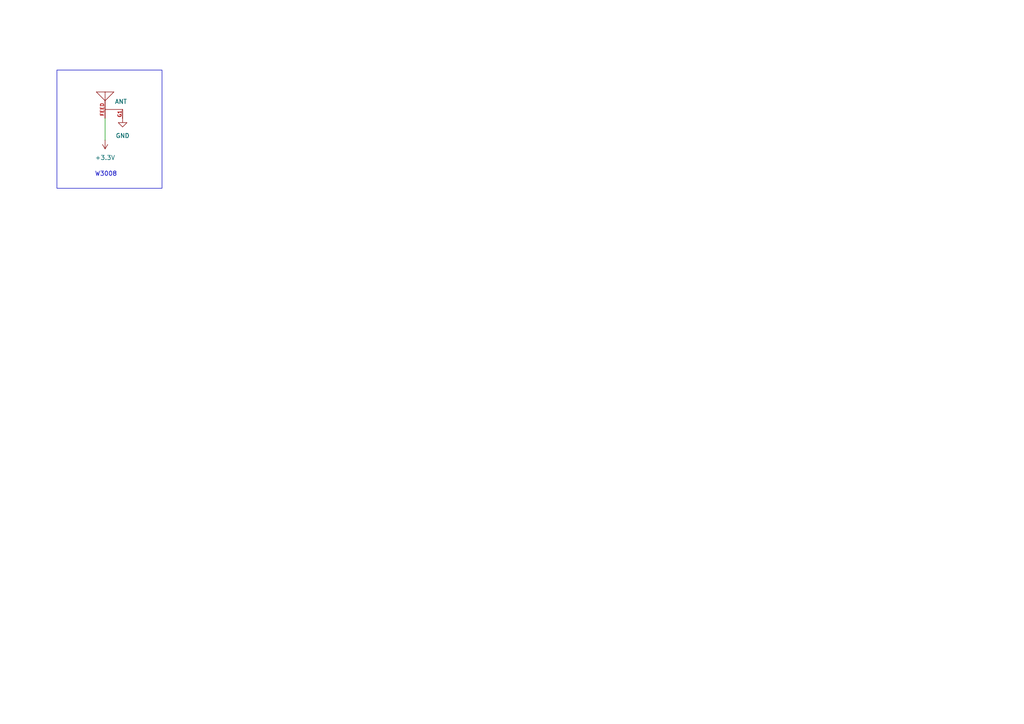
<source format=kicad_sch>
(kicad_sch
	(version 20231120)
	(generator "eeschema")
	(generator_version "8.0")
	(uuid "861bf039-3736-40f7-8091-e2e7a9c277e6")
	(paper "A4")
	(lib_symbols
		(symbol "W3008:W3008"
			(pin_names
				(offset 1.016)
			)
			(exclude_from_sim no)
			(in_bom yes)
			(on_board yes)
			(property "Reference" "ANT"
				(at -2.5422 5.7198 0)
				(effects
					(font
						(size 1.27 1.27)
					)
					(justify left bottom)
				)
			)
			(property "Value" "W3008"
				(at -2.5445 -8.9059 0)
				(effects
					(font
						(size 1.27 1.27)
					)
					(justify left bottom)
				)
			)
			(property "Footprint" "W3008:ANTENNA_W3008"
				(at 0 0 0)
				(effects
					(font
						(size 1.27 1.27)
					)
					(justify bottom)
					(hide yes)
				)
			)
			(property "Datasheet" ""
				(at 0 0 0)
				(effects
					(font
						(size 1.27 1.27)
					)
					(hide yes)
				)
			)
			(property "Description" ""
				(at 0 0 0)
				(effects
					(font
						(size 1.27 1.27)
					)
					(hide yes)
				)
			)
			(property "STANDARD" "Manufacturer recommendations"
				(at 0 0 0)
				(effects
					(font
						(size 1.27 1.27)
					)
					(justify bottom)
					(hide yes)
				)
			)
			(property "MANUFACTURER" "PulseLarsen Antennas"
				(at 0 0 0)
				(effects
					(font
						(size 1.27 1.27)
					)
					(justify bottom)
					(hide yes)
				)
			)
			(symbol "W3008_0_0"
				(polyline
					(pts
						(xy -2.54 5.08) (xy 0 2.54)
					)
					(stroke
						(width 0.1524)
						(type default)
					)
					(fill
						(type none)
					)
				)
				(polyline
					(pts
						(xy -2.54 5.08) (xy 0 5.08)
					)
					(stroke
						(width 0.1524)
						(type default)
					)
					(fill
						(type none)
					)
				)
				(polyline
					(pts
						(xy 0 0) (xy 5.08 0)
					)
					(stroke
						(width 0.1524)
						(type default)
					)
					(fill
						(type none)
					)
				)
				(polyline
					(pts
						(xy 0 2.54) (xy 2.54 5.08)
					)
					(stroke
						(width 0.1524)
						(type default)
					)
					(fill
						(type none)
					)
				)
				(polyline
					(pts
						(xy 0 5.08) (xy 0 2.54)
					)
					(stroke
						(width 0.1524)
						(type default)
					)
					(fill
						(type none)
					)
				)
				(polyline
					(pts
						(xy 0 5.08) (xy 2.54 5.08)
					)
					(stroke
						(width 0.1524)
						(type default)
					)
					(fill
						(type none)
					)
				)
				(pin passive line
					(at 0 -2.54 90)
					(length 5.08)
					(name "~"
						(effects
							(font
								(size 1.016 1.016)
							)
						)
					)
					(number "FEED"
						(effects
							(font
								(size 1.016 1.016)
							)
						)
					)
				)
				(pin passive line
					(at 5.08 -2.54 90)
					(length 2.54)
					(name "~"
						(effects
							(font
								(size 1.016 1.016)
							)
						)
					)
					(number "G1"
						(effects
							(font
								(size 1.016 1.016)
							)
						)
					)
				)
			)
		)
		(symbol "power:+3.3V"
			(power)
			(pin_numbers hide)
			(pin_names
				(offset 0) hide)
			(exclude_from_sim no)
			(in_bom yes)
			(on_board yes)
			(property "Reference" "#PWR"
				(at 0 -3.81 0)
				(effects
					(font
						(size 1.27 1.27)
					)
					(hide yes)
				)
			)
			(property "Value" "+3.3V"
				(at 0 3.556 0)
				(effects
					(font
						(size 1.27 1.27)
					)
				)
			)
			(property "Footprint" ""
				(at 0 0 0)
				(effects
					(font
						(size 1.27 1.27)
					)
					(hide yes)
				)
			)
			(property "Datasheet" ""
				(at 0 0 0)
				(effects
					(font
						(size 1.27 1.27)
					)
					(hide yes)
				)
			)
			(property "Description" "Power symbol creates a global label with name \"+3.3V\""
				(at 0 0 0)
				(effects
					(font
						(size 1.27 1.27)
					)
					(hide yes)
				)
			)
			(property "ki_keywords" "global power"
				(at 0 0 0)
				(effects
					(font
						(size 1.27 1.27)
					)
					(hide yes)
				)
			)
			(symbol "+3.3V_0_1"
				(polyline
					(pts
						(xy -0.762 1.27) (xy 0 2.54)
					)
					(stroke
						(width 0)
						(type default)
					)
					(fill
						(type none)
					)
				)
				(polyline
					(pts
						(xy 0 0) (xy 0 2.54)
					)
					(stroke
						(width 0)
						(type default)
					)
					(fill
						(type none)
					)
				)
				(polyline
					(pts
						(xy 0 2.54) (xy 0.762 1.27)
					)
					(stroke
						(width 0)
						(type default)
					)
					(fill
						(type none)
					)
				)
			)
			(symbol "+3.3V_1_1"
				(pin power_in line
					(at 0 0 90)
					(length 0)
					(name "~"
						(effects
							(font
								(size 1.27 1.27)
							)
						)
					)
					(number "1"
						(effects
							(font
								(size 1.27 1.27)
							)
						)
					)
				)
			)
		)
		(symbol "power:GND"
			(power)
			(pin_numbers hide)
			(pin_names
				(offset 0) hide)
			(exclude_from_sim no)
			(in_bom yes)
			(on_board yes)
			(property "Reference" "#PWR"
				(at 0 -6.35 0)
				(effects
					(font
						(size 1.27 1.27)
					)
					(hide yes)
				)
			)
			(property "Value" "GND"
				(at 0 -3.81 0)
				(effects
					(font
						(size 1.27 1.27)
					)
				)
			)
			(property "Footprint" ""
				(at 0 0 0)
				(effects
					(font
						(size 1.27 1.27)
					)
					(hide yes)
				)
			)
			(property "Datasheet" ""
				(at 0 0 0)
				(effects
					(font
						(size 1.27 1.27)
					)
					(hide yes)
				)
			)
			(property "Description" "Power symbol creates a global label with name \"GND\" , ground"
				(at 0 0 0)
				(effects
					(font
						(size 1.27 1.27)
					)
					(hide yes)
				)
			)
			(property "ki_keywords" "global power"
				(at 0 0 0)
				(effects
					(font
						(size 1.27 1.27)
					)
					(hide yes)
				)
			)
			(symbol "GND_0_1"
				(polyline
					(pts
						(xy 0 0) (xy 0 -1.27) (xy 1.27 -1.27) (xy 0 -2.54) (xy -1.27 -1.27) (xy 0 -1.27)
					)
					(stroke
						(width 0)
						(type default)
					)
					(fill
						(type none)
					)
				)
			)
			(symbol "GND_1_1"
				(pin power_in line
					(at 0 0 270)
					(length 0)
					(name "~"
						(effects
							(font
								(size 1.27 1.27)
							)
						)
					)
					(number "1"
						(effects
							(font
								(size 1.27 1.27)
							)
						)
					)
				)
			)
		)
	)
	(wire
		(pts
			(xy 30.48 34.29) (xy 30.48 40.64)
		)
		(stroke
			(width 0)
			(type default)
		)
		(uuid "6582ef7b-f926-4b1f-a274-cfbfe98899a7")
	)
	(rectangle
		(start 16.51 20.32)
		(end 46.99 54.61)
		(stroke
			(width 0)
			(type default)
		)
		(fill
			(type none)
		)
		(uuid 555f7048-e7c7-4197-8575-b16a5a510dea)
	)
	(text "W3008"
		(exclude_from_sim no)
		(at 30.734 50.546 0)
		(effects
			(font
				(size 1.27 1.27)
			)
		)
		(uuid "8705896d-cf62-41f5-ba73-8269801078d6")
	)
	(symbol
		(lib_id "power:GND")
		(at 35.56 34.29 0)
		(unit 1)
		(exclude_from_sim no)
		(in_bom yes)
		(on_board yes)
		(dnp no)
		(fields_autoplaced yes)
		(uuid "4dafbf13-b0b0-43ec-bca0-a0e16b6dfcdf")
		(property "Reference" "#PWR02"
			(at 35.56 40.64 0)
			(effects
				(font
					(size 1.27 1.27)
				)
				(hide yes)
			)
		)
		(property "Value" "GND"
			(at 35.56 39.37 0)
			(effects
				(font
					(size 1.27 1.27)
				)
			)
		)
		(property "Footprint" ""
			(at 35.56 34.29 0)
			(effects
				(font
					(size 1.27 1.27)
				)
				(hide yes)
			)
		)
		(property "Datasheet" ""
			(at 35.56 34.29 0)
			(effects
				(font
					(size 1.27 1.27)
				)
				(hide yes)
			)
		)
		(property "Description" "Power symbol creates a global label with name \"GND\" , ground"
			(at 35.56 34.29 0)
			(effects
				(font
					(size 1.27 1.27)
				)
				(hide yes)
			)
		)
		(pin "1"
			(uuid "62aba02a-2e04-4c8d-b621-1a60e31f7421")
		)
		(instances
			(project ""
				(path "/861bf039-3736-40f7-8091-e2e7a9c277e6"
					(reference "#PWR02")
					(unit 1)
				)
			)
		)
	)
	(symbol
		(lib_id "W3008:W3008")
		(at 30.48 31.75 0)
		(unit 1)
		(exclude_from_sim no)
		(in_bom yes)
		(on_board yes)
		(dnp no)
		(uuid "8ec5cb3e-d745-43cf-b181-6d36f7e8f2da")
		(property "Reference" "ANT"
			(at 33.274 29.464 0)
			(effects
				(font
					(size 1.27 1.27)
				)
				(justify left)
			)
		)
		(property "Value" "W3008"
			(at 36.83 30.4799 0)
			(effects
				(font
					(size 1.27 1.27)
				)
				(justify left)
				(hide yes)
			)
		)
		(property "Footprint" "W3008:ANTENNA_W3008"
			(at 30.48 31.75 0)
			(effects
				(font
					(size 1.27 1.27)
				)
				(justify bottom)
				(hide yes)
			)
		)
		(property "Datasheet" ""
			(at 30.48 31.75 0)
			(effects
				(font
					(size 1.27 1.27)
				)
				(hide yes)
			)
		)
		(property "Description" ""
			(at 30.48 31.75 0)
			(effects
				(font
					(size 1.27 1.27)
				)
				(hide yes)
			)
		)
		(property "STANDARD" "Manufacturer recommendations"
			(at 30.48 31.75 0)
			(effects
				(font
					(size 1.27 1.27)
				)
				(justify bottom)
				(hide yes)
			)
		)
		(property "MANUFACTURER" "PulseLarsen Antennas"
			(at 30.48 31.75 0)
			(effects
				(font
					(size 1.27 1.27)
				)
				(justify bottom)
				(hide yes)
			)
		)
		(pin "FEED"
			(uuid "286297eb-4b08-4905-a473-31ab8e8ae78e")
		)
		(pin "G1"
			(uuid "4c43ab4b-ebd3-4cb0-b5e1-02dfb11c7650")
		)
		(instances
			(project ""
				(path "/861bf039-3736-40f7-8091-e2e7a9c277e6"
					(reference "ANT")
					(unit 1)
				)
			)
		)
	)
	(symbol
		(lib_id "power:+3.3V")
		(at 30.48 40.64 180)
		(unit 1)
		(exclude_from_sim no)
		(in_bom yes)
		(on_board yes)
		(dnp no)
		(fields_autoplaced yes)
		(uuid "9da9fffe-69ec-471b-b784-baf631c75f9f")
		(property "Reference" "#PWR01"
			(at 30.48 36.83 0)
			(effects
				(font
					(size 1.27 1.27)
				)
				(hide yes)
			)
		)
		(property "Value" "+3.3V"
			(at 30.48 45.72 0)
			(effects
				(font
					(size 1.27 1.27)
				)
			)
		)
		(property "Footprint" ""
			(at 30.48 40.64 0)
			(effects
				(font
					(size 1.27 1.27)
				)
				(hide yes)
			)
		)
		(property "Datasheet" ""
			(at 30.48 40.64 0)
			(effects
				(font
					(size 1.27 1.27)
				)
				(hide yes)
			)
		)
		(property "Description" "Power symbol creates a global label with name \"+3.3V\""
			(at 30.48 40.64 0)
			(effects
				(font
					(size 1.27 1.27)
				)
				(hide yes)
			)
		)
		(pin "1"
			(uuid "945a1ba9-3641-4896-bace-a2e1673ab8db")
		)
		(instances
			(project ""
				(path "/861bf039-3736-40f7-8091-e2e7a9c277e6"
					(reference "#PWR01")
					(unit 1)
				)
			)
		)
	)
	(sheet_instances
		(path "/"
			(page "1")
		)
	)
)

</source>
